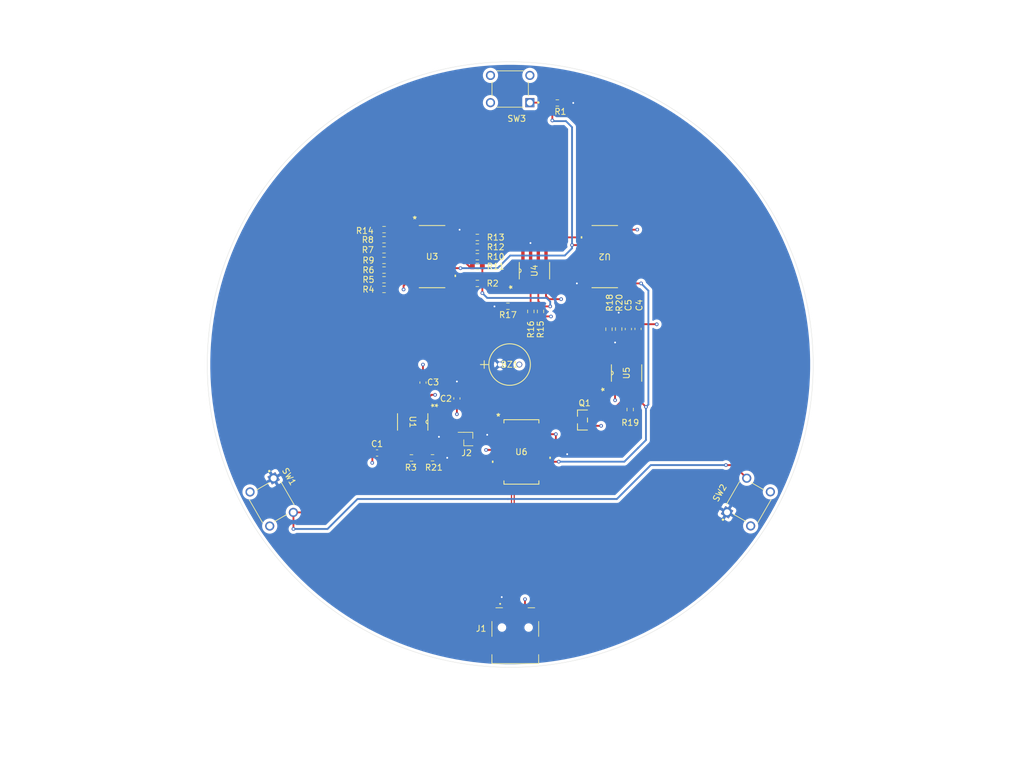
<source format=kicad_pcb>
(kicad_pcb (version 20241229) (generator "pcbnew") (generator_version "9.0")
  (layers (0 "F.Cu" signal "Signal") (4 "In1.Cu" power "GND1") (6 "In2.Cu" power "GND2") (2 "B.Cu" mixed "Signal_PWR") (13 "F.Paste" user) (15 "B.Paste" user) (5 "F.SilkS" user "F.Silkscreen") (7 "B.SilkS" user "B.Silkscreen") (1 "F.Mask" user) (3 "B.Mask" user) (25 "Edge.Cuts" user))
  (net 0 "")
  (net 1 "Net-(BZ1--)")
  (net 2 "+5V")
  (net 3 "GND")
  (net 4 "Net-(U1-CV)")
  (net 5 "Net-(U1-THR)")
  (net 6 "Net-(U5-CV)")
  (net 7 "Net-(U5-THR)")
  (net 8 "/D-")
  (net 9 "/D+")
  (net 10 "Net-(J2-Pin_1)")
  (net 11 "Net-(J2-Pin_2)")
  (net 12 "Net-(Q1A-B1)")
  (net 13 "reset")
  (net 14 "Net-(U4-+)")
  (net 15 "Net-(U3-Q0)")
  (net 16 "Net-(U1-DIS)")
  (net 17 "Net-(U3-Q1)")
  (net 18 "Net-(U3-Q2)")
  (net 19 "Net-(U3-Q3)")
  (net 20 "Net-(U3-Q4)")
  (net 21 "Net-(U3-Q5)")
  (net 22 "Net-(U3-Q6)")
  (net 23 "Net-(U3-Q7)")
  (net 24 "Net-(U3-Q8)")
  (net 25 "Net-(U3-Q9)")
  (net 26 "Net-(U3-Q10)")
  (net 27 "Net-(U3-Q11)")
  (net 28 "Net-(U4--)")
  (net 29 "Net-(U5-TR)")
  (net 30 "Net-(U5-DIS)")
  (net 31 "Net-(U5-Q)")
  (net 32 "Net-(SW1-B)")
  (net 33 "CLK")
  (net 38 "Net-(U2-CLK)")
  (net 39 "Alarma")
  (footprint "Resistor_SMD:R_0603_1608Metric" (layer "F.Cu") (at 127.175 100.4 180)
    (property "Reference" "R21")
    (property "Value" "10k" (hide yes))
  )
  (footprint "Resistor_SMD:R_0603_1608Metric" (layer "F.Cu") (at 119.18 62.72 180)
    (property "Reference" "R14")
    (property "Value" "100k" (hide yes))
  )
  (footprint "Button:SW_TS02-66-90-BK-260-SCR-D" (layer "F.Cu") (at 139.991295 39.5 180)
    (property "Reference" "SW3")
    (property "Value" "SW_SPST" (hide yes))
  )
  (footprint "Resistor_SMD:R_0603_1608Metric" (layer "F.Cu") (at 119.174859 66.064338 180)
    (property "Reference" "R7")
    (property "Value" "100k" (hide yes))
  )
  (footprint "USB:CUI_UJ2-MBH-1-SMT" (layer "F.Cu") (at 139.23575 125.9175)
    (property "Reference" "J1")
    (property "Value" "USB_B")
  )
  (footprint "Button:SW_TS02-66-90-BK-260-SCR-D" (layer "F.Cu") (at 179.354203 107.707 60)
    (property "Reference" "SW2")
    (property "Value" "SW_SPST" (hide yes))
  )
  (footprint "Resistor_SMD:R_0603_1608Metric" (layer "F.Cu") (at 143.4 76.225 90)
    (property "Reference" "R16")
    (property "Value" "R" (hide yes))
  )
  (footprint "Capacitor_SMD:C_0603_1608Metric" (layer "F.Cu") (at 161.095 79.1112 90)
    (property "Reference" "C4")
    (property "Value" "10n" (hide yes))
  )
  (footprint "Resistor_SMD:R_0603_1608Metric" (layer "F.Cu") (at 119.175 71 180)
    (property "Reference" "R5")
    (property "Value" "100k" (hide yes))
  )
  (footprint "74HC:SOT109-1_NXP" (layer "F.Cu") (at 127.1035 67.175)
    (property "Reference" "U3")
    (property "Value" "4040")
  )
  (footprint "NE555:D8" (layer "F.Cu") (at 159.2 86.4 90)
    (property "Reference" "U5")
    (property "Value" "NE555D")
  )
  (footprint "FT232:SSOP-28_FTD" (layer "F.Cu") (at 141.844 99.425)
    (property "Reference" "U6")
    (property "Value" "FT232RL")
  )
  (footprint "Resistor_SMD:R_0603_1608Metric" (layer "F.Cu") (at 147.775 41.8 180)
    (property "Reference" "R1")
    (property "Value" "100k" (hide yes))
  )
  (footprint "Resistor_SMD:R_0603_1608Metric" (layer "F.Cu") (at 139.623387 75.367936 180)
    (property "Reference" "R17")
    (property "Value" "R" (hide yes))
  )
  (footprint "Resistor_SMD:R_0603_1608Metric" (layer "F.Cu") (at 156.295 79.1612 90)
    (property "Reference" "R18")
    (property "Value" "1k" (hide yes))
  )
  (footprint "Capacitor_SMD:C_0603_1608Metric" (layer "F.Cu") (at 159.495 79.1362 90)
    (property "Reference" "C5")
    (property "Value" "C" (hide yes))
  )
  (footprint "Resistor_SMD:R_0603_1608Metric" (layer "F.Cu") (at 145 76.225 90)
    (property "Reference" "R15")
    (property "Value" "R" (hide yes))
  )
  (footprint "Trans:SOT-23_MCC" (layer "F.Cu") (at 151.9237 94.15885 90)
    (property "Reference" "Q1")
    (property "Value" "FFB3904" (hide yes))
  )
  (footprint "Resistor_SMD:R_0603_1608Metric" (layer "F.Cu") (at 134.575 65.6)
    (property "Reference" "R12")
    (property "Value" "100k" (hide yes))
  )
  (footprint "Connector_PinHeader_1.00mm:PinHeader_1x02_P1.00mm_Vertical_SMD_Pin1Left" (layer "F.Cu") (at 133.080617 97.307577)
    (property "Reference" "J2")
    (property "Value" "UART" (hide yes))
  )
  (footprint "Resistor_SMD:R_0603_1608Metric" (layer "F.Cu") (at 119.175 67.8 180)
    (property "Reference" "R9")
    (property "Value" "100k" (hide yes))
  )
  (footprint "Resistor_SMD:R_0603_1608Metric" (layer "F.Cu") (at 157.895 79.132906 -90)
    (property "Reference" "R20")
    (property "Value" "50k" (hide yes))
  )
  (footprint "Resistor_SMD:R_0603_1608Metric" (layer "F.Cu") (at 123.699735 100.41557 180)
    (property "Reference" "R3")
    (property "Value" "1K" (hide yes))
  )
  (footprint "Resistor_SMD:R_0603_1608Metric" (layer "F.Cu") (at 119.175 69.4 180)
    (property "Reference" "R6")
    (property "Value" "100k" (hide yes))
  )
  (footprint "BuzzBuzz:TO_0601A_SOB" (layer "F.Cu") (at 138.299999 85)
    (property "Reference" "BZ1")
    (property "Value" "Buzzer")
  )
  (footprint "Capacitor_SMD:C_0603_1608Metric" (layer "F.Cu") (at 125.6 87.975 90)
    (property "Reference" "C3")
    (property "Value" "10n" (hide yes))
  )
  (footprint "Resistor_SMD:R_0603_1608Metric" (layer "F.Cu") (at 159.795 92.425 -90)
    (property "Reference" "R19")
    (property "Value" "R" (hide yes))
  )
  (footprint "Capacitor_SMD:C_0603_1608Metric" (layer "F.Cu") (at 118.025 99.6 180)
    (property "Reference" "C1")
    (property "Value" "10n" (hide yes))
  )
  (footprint "Resistor_SMD:R_0603_1608Metric" (layer "F.Cu") (at 134.575 67.2)
    (property "Reference" "R10")
    (property "Value" "100k" (hide yes))
  )
  (footprint "74HC:SOT109-1_NXP" (layer "F.Cu") (at 155.6035 67.175 180)
    (property "Reference" "U2")
    (property "Value" "4040")
  )
  (footprint "Resistor_SMD:R_0603_1608Metric" (layer "F.Cu") (at 119.175 64.4 180)
    (property "Reference" "R8")
    (property "Value" "100k" (hide yes))
  )
  (footprint "Capacitor_SMD:C_0603_1608Metric" (layer "F.Cu") (at 131.2 90.6 -90)
    (property "Reference" "C2")
    (property "Value" "100n" (hide yes))
  )
  (footprint "U741:D8" (layer "F.Cu") (at 144 69.5 90)
    (property "Reference" "U4")
    (property "Value" "LM741")
  )
  (footprint "Resistor_SMD:R_0603_1608Metric" (layer "F.Cu") (at 134.575 71.6)
    (property "Reference" "R2")
    (property "Value" "100k" (hide yes))
  )
  (footprint "Button:SW_TS02-66-90-BK-260-SCR-D" (layer "F.Cu") (at 100.634713 107.727651 -60)
    (property "Reference" "SW1")
    (property "Value" "SW_SPST" (hide yes))
  )
  (footprint "Resistor_SMD:R_0603_1608Metric" (layer "F.Cu") (at 119.175 72.6 180)
    (property "Reference" "R4")
    (property "Value" "100k" (hide yes))
  )
  (footprint "Resistor_SMD:R_0603_1608Metric" (layer "F.Cu") (at 134.575 68.8)
    (property "Reference" "R11")
    (property "Value" "100k" (hide yes))
  )
  (footprint "NE555:D8" (layer "F.Cu") (at 123.905 94.475 -90)
    (property "Reference" "U1")
    (property "Value" "NE555D")
  )
  (footprint "Resistor_SMD:R_0603_1608Metric" (layer "F.Cu") (at 134.575 64)
    (property "Reference" "R13")
    (property "Value" "100k" (hide yes))
  )
  (gr_circle (center 140 85) (end 190 85) (stroke (width 0.05)) (fill no) (layer "Edge.Cuts"))
  (segment (start 148.6 41.8) (end 150.4 41.8) (width 0.3) (layer "F.Cu") (net 2))
  (segment (start 157.895 76.429618) (end 157.895304 76.429314) (width 0.3) (layer "F.Cu") (net 2))
  (segment (start 129.707 62.73) (end 131.63836 62.73) (width 0.3) (layer "F.Cu") (net 2))
  (segment (start 157.295 83.9362) (end 157.295 82.184746) (width 0.3) (layer "F.Cu") (net 2))
  (segment (start 147.4 99.8) (end 149.4 99.8) (width 0.3) (layer "F.Cu") (net 2))
  (segment (start 157.295 82.184746) (end 157.293995 82.183741) (width 0.3) (layer "F.Cu") (net 2))
  (segment (start 157.895 78.307906) (end 157.895 77.205568) (width 0.3) (layer "F.Cu") (net 2))
  (segment (start 138.288 97.150001) (end 136.750001 97.150001) (width 0.3) (layer "F.Cu") (net 2))
  (segment (start 136.750001 97.150001) (end 136.2 96.6) (width 0.3) (layer "F.Cu") (net 2))
  (segment (start 128.232931 96.9388) (end 128.23672 96.935011) (width 0.3) (layer "F.Cu") (net 2))
  (segment (start 157.895 77.205568) (end 157.897397 77.203171) (width 0.3) (layer "F.Cu") (net 2))
  (segment (start 151.02 71.62) (end 151 71.6) (width 0.3) (layer "F.Cu") (net 2))
  (segment (start 131.63836 62.73) (end 131.64545 62.73709) (width 0.3) (layer "F.Cu") (net 2))
  (segment (start 138.798387 75.367936) (end 137.432064 75.367936) (width 0.3) (layer "F.Cu") (net 2))
  (segment (start 146.800001 100.399999) (end 147.4 99.8) (width 0.3) (layer "F.Cu") (net 2))
  (segment (start 128 100.4) (end 129.6 100.4) (width 0.3) (layer "F.Cu") (net 2))
  (segment (start 145.4 100.399999) (end 146.800001 100.399999) (width 0.3) (layer "F.Cu") (net 2))
  (segment (start 125.81 96.9388) (end 128.232931 96.9388) (width 0.3) (layer "F.Cu") (net 2))
  (segment (start 157.295 82.184746) (end 157.295 81.368002) (width 0.3) (layer "F.Cu") (net 2))
  (segment (start 131.2 89.825) (end 131.2 87.8) (width 0.3) (layer "F.Cu") (net 2))
  (segment (start 153 71.62) (end 151.02 71.62) (width 0.3) (layer "F.Cu") (net 2))
  (segment (start 157.895 77.205568) (end 157.895 76.429618) (width 0.3) (layer "F.Cu") (net 2))
  (segment (start 157.295 81.368002) (end 157.305866 81.357136) (width 0.3) (layer "F.Cu") (net 2))
  (segment (start 139.23575 124.03575) (end 138.6 123.4) (width 0.3) (layer "F.Cu") (net 2))
  (segment (start 137.432064 75.367936) (end 137.4 75.4) (width 0.3) (layer "F.Cu") (net 2))
  (segment (start 143.365 67.0362) (end 143.365 64.960104) (width 0.3) (layer "F.Cu") (net 2))
  (segment (start 143.365 64.960104) (end 143.340623 64.935727) (width 0.3) (layer "F.Cu") (net 2))
  (segment (start 139.23575 125.9175) (end 139.23575 124.03575) (width 0.3) (layer "F.Cu") (net 2))
  (via (at 129.6 100.4) (size 0.6) (drill 0.3) (layers "F.Cu" "B.Cu") (net 2))
  (via (at 143.340623 64.935727) (size 0.6) (drill 0.3) (layers "F.Cu" "B.Cu") (net 2))
  (via (at 131.64545 62.73709) (size 0.6) (drill 0.3) (layers "F.Cu" "B.Cu") (net 2))
  (via (at 137.4 75.4) (size 0.6) (drill 0.3) (layers "F.Cu" "B.Cu") (net 2))
  (via (at 128.23672 96.935011) (size 0.6) (drill 0.3) (layers "F.Cu" "B.Cu") (net 2))
  (via (at 138.6 123.4) (size 0.6) (drill 0.3) (layers "F.Cu" "B.Cu") (net 2))
  (via (at 157.305866 81.357136) (size 0.6) (drill 0.3) (layers "F.Cu" "B.Cu") (net 2))
  (via (at 157.895304 76.429314) (size 0.6) (drill 0.3) (layers "F.Cu" "B.Cu") (net 2))
  (via (at 131.2 87.8) (size 0.6) (drill 0.3) (layers "F.Cu" "B.Cu") (net 2))
  (via (at 136.2 96.6) (size 0.6) (drill 0.3) (layers "F.Cu" "B.Cu") (net 2))
  (via (at 149.4 99.8) (size 0.6) (drill 0.3) (layers "F.Cu" "B.Cu") (net 2))
  (via (at 151 71.6) (size 0.6) (drill 0.3) (layers "F.Cu" "B.Cu") (net 2))
  (via (at 150.4 41.8) (size 0.6) (drill 0.3) (layers "F.Cu" "B.Cu") (net 2))
  (segment (start 142.43575 125.9175) (end 142.43575 123.750161) (width 0.3) (layer "F.Cu") (net 3))
  (segment (start 146.712067 77.05) (end 146.725935 77.063868) (width 0.3) (layer "F.Cu") (net 3))
  (segment (start 142.43575 123.750161) (end 142.439584 123.746327) (width 0.3) (layer "F.Cu") (net 3))
  (segment (start 144.331998 99.750001) (end 143.8 100.281999) (width 0.3) (layer "F.Cu") (net 3))
  (segment (start 147.510485 98.689515) (end 147.522494 98.689515) (width 0.3) (layer "F.Cu") (net 3))
  (segment (start 152.8 95.1177) (end 155.000426 95.1177) (width 0.3) (layer "F.Cu") (net 3))
  (segment (start 124.5 71.62) (end 122.78 71.62) (width 0.3) (layer "F.Cu") (net 3))
  (segment (start 147.529515 98.670485) (end 147.529515 96.495288) (width 0.3) (layer "F.Cu") (net 3))
  (segment (start 122.6 71.8) (end 122.4 72) (width 0.3) (layer "F.Cu") (net 3))
  (segment (start 125.81 92.0112) (end 125.81 91.19) (width 0.3) (layer "F.Cu") (net 3))
  (segment (start 161.095 78.3362) (end 164.159629 78.3362) (width 0.3) (layer "F.Cu") (net 3))
  (segment (start 147.4 98.8) (end 147.510485 98.689515) (width 0.3) (layer "F.Cu") (net 3))
  (segment (start 141.63575 125.9175) (end 142.43575 125.9175) (width 0.3) (layer "F.Cu") (net 3))
  (segment (start 160.948429 62.73) (end 160.963233 62.715196) (width 0.3) (layer "F.Cu") (net 3))
  (segment (start 125.81 91.19) (end 127 90) (width 0.3) (layer "F.Cu") (net 3))
  (segment (start 147.4 98.8) (end 147.529515 98.670485) (width 0.3) (layer "F.Cu") (net 3))
  (segment (start 125.6 87.2) (end 125.6 85.8) (width 0.3) (layer "F.Cu") (net 3))
  (segment (start 157.295 90.87709) (end 157.306339 90.888429) (width 0.3) (layer "F.Cu") (net 3))
  (segment (start 131.2 91.375) (end 131.2 93.2) (width 0.3) (layer "F.Cu") (net 3))
  (segment (start 157.295 88.8638) (end 157.295 90.87709) (width 0.3) (layer "F.Cu") (net 3))
  (segment (start 122.4 72) (end 122.4 72.6) (width 0.3) (layer "F.Cu") (net 3))
  (segment (start 143.8 101.200099) (end 144.2999 101.699999) (width 0.3) (layer "F.Cu") (net 3))
  (segment (start 136.02157 99.099999) (end 136.015796 99.105773) (width 0.3) (layer "F.Cu") (net 3))
  (segment (start 145.905 71.9638) (end 145.905 73.705) (width 0.3) (layer "F.Cu") (net 3))
  (segment (start 125.6 85.8) (end 125.6 85) (width 0.3) (layer "F.Cu") (net 3))
  (segment (start 145.4 96.5) (end 147.524803 96.5) (width 0.3) (layer "F.Cu") (net 3))
  (segment (start 145.905 73.705) (end 146.4 74.2) (width 0.3) (layer "F.Cu") (net 3))
  (segment (start 122.78 71.62) (end 122.6 71.8) (width 0.3) (layer "F.Cu") (net 3))
  (segment (start 146.4 74.2) (end 147.4 74.2) (width 0.3) (layer "F.Cu") (net 3))
  (segment (start 127 90) (end 127.6 90) (width 0.3) (layer "F.Cu") (net 3))
  (segment (start 117.25 99.6) (end 117.25 101.209723) (width 0.3) (layer "F.Cu") (net 3))
  (segment (start 145.4 96.5) (end 145.4 97.150001) (width 0.3) (layer "F.Cu") (net 3))
  (segment (start 145 77.05) (end 146.712067 77.05) (width 0.3) (layer "F.Cu") (net 3))
  (segment (start 159.495 78.3612) (end 161.07 78.3612) (width 0.3) (layer "F.Cu") (net 3))
  (segment (start 147.4 74.2) (end 148.4 74.2) (width 0.3) (layer "F.Cu") (net 3))
  (segment (start 143.4 77.05) (end 145 77.05) (width 0.3) (layer "F.Cu") (net 3))
  (segment (start 136.471267 99.099999) (end 136.02157 99.099999) (width 0.3) (layer "F.Cu") (net 3))
  (segment (start 155.000426 95.1177) (end 155.000739 95.118013) (width 0.3) (layer "F.Cu") (net 3))
  (segment (start 161.07 78.3612) (end 161.095 78.3362) (width 0.3) (layer "F.Cu") (net 3))
  (segment (start 143.8 100.281999) (end 143.8 101.200099) (width 0.3) (layer "F.Cu") (net 3))
  (segment (start 147.524803 96.5) (end 147.529515 96.495288) (width 0.3) (layer "F.Cu") (net 3))
  (segment (start 164.159629 78.3362) (end 164.177944 78.354515) (width 0.3) (layer "F.Cu") (net 3))
  (segment (start 145.4 99.750001) (end 146.449999 99.750001) (width 0.3) (layer "F.Cu") (net 3))
  (segment (start 158.207 62.73) (end 160.948429 62.73) (width 0.3) (layer "F.Cu") (net 3))
  (segment (start 144.2999 101.699999) (end 145.4 101.699999) (width 0.3) (layer "F.Cu") (net 3))
  (segment (start 146.449999 99.750001) (end 147.4 98.8) (width 0.3) (layer "F.Cu") (net 3))
  (segment (start 138.288 99.099999) (end 136.471267 99.099999) (width 0.3) (layer "F.Cu") (net 3))
  (segment (start 145.4 99.750001) (end 144.331998 99.750001) (width 0.3) (layer "F.Cu") (net 3))
  (segment (start 117.25 101.209723) (end 117.227736 101.231987) (width 0.3) (layer "F.Cu") (net 3))
  (segment (start 136.471267 99.099999) (end 136.465034 99.093766) (width 0.3) (layer "F.Cu") (net 3))
  (via (at 136.015796 99.105773) (size 0.6) (drill 0.3) (layers "F.Cu" "B.Cu") (net 3))
  (via (at 160.963233 62.715196) (size 0.6) (drill 0.3) (layers "F.Cu" "B.Cu") (net 3))
  (via (at 117.227736 101.231987) (size 0.6) (drill 0.3) (layers "F.Cu" "B.Cu") (net 3))
  (via (at 122.4 72.6) (size 0.6) (drill 0.3) (layers "F.Cu" "B.Cu") (net 3))
  (via (at 147.529515 96.495288) (size 0.6) (drill 0.3) (layers "F.Cu" "B.Cu") (net 3))
  (via (at 127.6 90) (size 0.6) (drill 0.3) (layers "F.Cu" "B.Cu") (net 3))
  (via (at 146.725935 77.063868) (size 0.6) (drill 0.3) (layers "F.Cu" "B.Cu") (net 3))
  (via (at 131.2 93.2) (size 0.6) (drill 0.3) (layers "F.Cu" "B.Cu") (net 3))
  (via (at 164.177944 78.354515) (size 0.6) (drill 0.3) (layers "F.Cu" "B.Cu") (net 3))
  (via (at 157.306339 90.888429) (size 0.6) (drill 0.3) (layers "F.Cu" "B.Cu") (net 3))
  (via (at 142.439584 123.746327) (size 0.6) (drill 0.3) (layers "F.Cu" "B.Cu") (net 3))
  (via (at 148.4 74.2) (size 0.6) (drill 0.3) (layers "F.Cu" "B.Cu") (net 3))
  (via (at 155.000739 95.118013) (size 0.6) (drill 0.3) (layers "F.Cu" "B.Cu") (net 3))
  (via (at 125.6 85) (size 0.6) (drill 0.3) (layers "F.Cu" "B.Cu") (net 3))
  (segment (start 122 98.2) (end 120.6 99.6) (width 0.3) (layer "F.Cu") (net 4))
  (segment (start 120.6 99.6) (end 118.8 99.6) (width 0.3) (layer "F.Cu") (net 4))
  (segment (start 122 96.9388) (end 122 98.2) (width 0.3) (layer "F.Cu") (net 4))
  (segment (start 123.27 98.73) (end 122.874735 99.125265) (width 0.3) (layer "F.Cu") (net 5))
  (segment (start 124.54 90.46) (end 125.6 89.4) (width 0.2) (layer "F.Cu") (net 5))
  (segment (start 124.54 92.0112) (end 124.54 90.46) (width 0.2) (layer "F.Cu") (net 5))
  (segment (start 125.6 89.4) (end 125.6 88.75) (width 0.2) (layer "F.Cu") (net 5))
  (segment (start 122.874735 99.125265) (end 122.874735 100.41557) (width 0.3) (layer "F.Cu") (net 5))
  (segment (start 124.54 93.8132) (end 124.54 92.0112) (width 0.2) (layer "F.Cu") (net 5))
  (segment (start 123.27 96.9388) (end 123.27 95.0832) (width 0.2) (layer "F.Cu") (net 5))
  (segment (start 123.27 96.9388) (end 123.27 98.73) (width 0.3) (layer "F.Cu") (net 5))
  (segment (start 123.27 95.0832) (end 124.54 93.8132) (width 0.2) (layer "F.Cu") (net 5))
  (segment (start 161.105 83.9362) (end 161.105 79.8962) (width 0.3) (layer "F.Cu") (net 6))
  (segment (start 161.105 79.8962) (end 161.095 79.8862) (width 0.3) (layer "F.Cu") (net 6))
  (segment (start 159.495 80.43055) (end 159.495 79.9112) (width 0.3) (layer "F.Cu") (net 7))
  (segment (start 159.835 83.9362) (end 159.835 80.77055) (width 0.3) (layer "F.Cu") (net 7))
  (segment (start 159.835 80.77055) (end 159.495 80.43055) (width 0.3) (layer "F.Cu") (net 7))
  (segment (start 140.21075 106.271052) (end 140.21075 123.867499) (width 0.2) (layer "F.Cu") (net 8))
  (segment (start 145.4 102.999999) (end 144.199849 102.999999) (width 0.2) (layer "F.Cu") (net 8))
  (segment (start 140.03575 124.042499) (end 140.03575 125.9175) (width 0.2) (layer "F.Cu") (net 8))
  (segment (start 143.381802 103.1) (end 140.21075 106.271052) (width 0.2) (layer "F.Cu") (net 8))
  (segment (start 144.099848 103.1) (end 143.381802 103.1) (width 0.2) (layer "F.Cu") (net 8))
  (segment (start 144.199849 102.999999) (end 144.099848 103.1) (width 0.2) (layer "F.Cu") (net 8))
  (segment (start 140.21075 123.867499) (end 140.03575 124.042499) (width 0.2) (layer "F.Cu") (net 8))
  (segment (start 140.66075 106.457448) (end 140.66075 123.867499) (width 0.2) (layer "F.Cu") (net 9))
  (segment (start 144.199849 103.65) (end 144.099848 103.549999) (width 0.2) (layer "F.Cu") (net 9))
  (segment (start 144.099848 103.549999) (end 143.568199 103.549999) (width 0.2) (layer "F.Cu") (net 9))
  (segment (start 145.4 103.65) (end 144.199849 103.65) (width 0.2) (layer "F.Cu") (net 9))
  (segment (start 143.568199 103.549999) (end 140.66075 106.457448) (width 0.2) (layer "F.Cu") (net 9))
  (segment (start 140.83575 124.042499) (end 140.83575 125.9175) (width 0.2) (layer "F.Cu") (net 9))
  (segment (start 140.66075 123.867499) (end 140.83575 124.042499) (width 0.2) (layer "F.Cu") (net 9))
  (segment (start 130.4 95.2) (end 138.288 95.2) (width 0.3) (layer "F.Cu") (net 10))
  (segment (start 130.407577 96.807577) (end 130.2 96.6) (width 0.3) (layer "F.Cu") (net 10))
  (segment (start 130.2 96.6) (end 130.2 95.4) (width 0.3) (layer "F.Cu") (net 10))
  (segment (start 132.205617 96.807577) (end 130.407577 96.807577) (width 0.3) (layer "F.Cu") (net 10))
  (segment (start 130.2 95.4) (end 130.4 95.2) (width 0.3) (layer "F.Cu") (net 10))
  (segment (start 138.280422 97.807577) (end 138.288 97.799999) (width 0.3) (layer "F.Cu") (net 11))
  (segment (start 133.955617 97.807577) (end 138.280422 97.807577) (width 0.3) (layer "F.Cu") (net 11))
  (segment (start 159.795 93.25) (end 152.85 93.25) (width 0.3) (layer "F.Cu") (net 12))
  (segment (start 152.85 93.25) (end 152.8 93.2) (width 0.3) (layer "F.Cu") (net 12))
  (segment (start 131.783187 69.08) (end 131.78799 69.084803) (width 0.3) (layer "F.Cu") (net 13))
  (segment (start 146.95 44.689054) (end 146.950021 44.689075) (width 0.3) (layer "F.Cu") (net 13))
  (segment (start 146.95 41.8) (end 146.95 44.689054) (width 0.3) (layer "F.Cu") (net 13))
  (segment (start 129.707 69.08) (end 131.783187 69.08) (width 0.3) (layer "F.Cu") (net 13))
  (segment (start 143.241295 41.75) (end 146.9 41.75) (width 0.3) (layer "F.Cu") (net 13))
  (segment (start 150.2 65.27) (end 150.283499 65.27) (width 0.3) (layer "F.Cu") (net 13))
  (segment (start 153 65.27) (end 150.2 65.27) (width 0.3) (layer "F.Cu") (net 13))
  (segment (start 146.9 41.75) (end 146.95 41.8) (width 0.3) (layer "F.Cu") (net 13))
  (via (at 131.78799 69.084803) (size 0.6) (drill 0.3) (layers "F.Cu" "B.Cu") (net 13))
  (via (at 146.950021 44.689075) (size 0.6) (drill 0.3) (layers "F.Cu" "B.Cu") (net 13))
  (via (at 150.2 65.27) (size 0.6) (drill 0.3) (layers "F.Cu" "B.Cu") (net 13))
  (segment (start 146.950021 44.689075) (end 147.060946 44.8) (width 0.3) (layer "B.Cu") (net 13))
  (segment (start 149 67) (end 150.2 65.8) (width 0.3) (layer "B.Cu") (net 13))
  (segment (start 150.2 45.8) (end 150.2 65.27) (width 0.3) (layer "B.Cu") (net 13))
  (segment (start 131.78799 69.084803) (end 137.915197 69.084803) (width 0.3) (layer "B.Cu") (net 13))
  (segment (start 140 67) (end 149 67) (width 0.3) (layer "B.Cu") (net 13))
  (segment (start 147.060946 44.8) (end 149.2 44.8) (width 0.3) (layer "B.Cu") (net 13))
  (segment (start 150.2 65.8) (end 150.2 65.27) (width 0.3) (layer "B.Cu") (net 13))
  (segment (start 149.2 44.8) (end 150.2 45.8) (width 0.3) (layer "B.Cu") (net 13))
  (segment (start 137.915197 69.084803) (end 140 67) (width 0.3) (layer "B.Cu") (net 13))
  (segment (start 135.4 61.6) (end 135.4 64) (width 0.3) (layer "F.Cu") (net 14))
  (segment (start 118.35 72.6) (end 118.35 71) (width 0.3) (layer "F.Cu") (net 14))
  (segment (start 145 74.891698) (end 145 75.4) (width 0.3) (layer "F.Cu") (net 14))
  (segment (start 118.35 71) (end 118.35 69.4) (width 0.3) (layer "F.Cu") (net 14))
  (segment (start 118.355 61.645) (end 119.2 60.8) (width 0.3) (layer "F.Cu") (net 14))
  (segment (start 135.4 64) (end 135.4 71.6) (width 0.3) (layer "F.Cu") (net 14))
  (segment (start 118.355 62.72) (end 118.355 61.645) (width 0.3) (layer "F.Cu") (net 14))
  (segment (start 146.6 75.4) (end 145 75.4) (width 0.3) (layer "F.Cu") (net 14))
  (segment (start 118.35 67.8) (end 118.35 62.725) (width 0.3) (layer "F.Cu") (net 14))
  (segment (start 118.35 62.725) (end 118.355 62.72) (width 0.3) (layer "F.Cu") (net 14))
  (segment (start 144.635 71.9638) (end 144.635 74.526698) (width 0.3) (layer "F.Cu") (net 14))
  (segment (start 119.2 60.8) (end 134.6 60.8) (width 0.3) (layer "F.Cu") (net 14))
  (segment (start 144.635 74.526698) (end 145 74.891698) (width 0.3) (layer "F.Cu") (net 14))
  (segment (start 118.35 69.4) (end 118.35 67.8) (width 0.3) (layer "F.Cu") (net 14))
  (segment (start 134.6 60.8) (end 135.4 61.6) (width 0.3) (layer "F.Cu") (net 14))
  (segment (start 135.4 71.6) (end 135.4 73.2) (width 0.3) (layer "F.Cu") (net 14))
  (via (at 135.4 73.2) (size 0.6) (drill 0.3) (layers "F.Cu" "B.Cu") (net 14))
  (via (at 146.6 75.4) (size 0.6) (drill 0.3) (layers "F.Cu" "B.Cu") (net 14))
  (segment (start 135.4 73.2) (end 136.2 74) (width 0.3) (layer "B.Cu") (net 14))
  (segment (start 146 74) (end 146.6 74.6) (width 0.3) (layer "B.Cu") (net 14))
  (segment (start 146.6 74.6) (end 146.6 75.4) (width 0.3) (layer "B.Cu") (net 14))
  (segment (start 136.2 74) (end 146 74) (width 0.3) (layer "B.Cu") (net 14))
  (segment (start 129.707 71.62) (end 133.73 71.62) (width 0.3) (layer "F.Cu") (net 15))
  (segment (start 133.73 71.62) (end 133.75 71.6) (width 0.3) (layer "F.Cu") (net 15))
  (segment (start 124.54 96.9388) (end 124.54 100.34) (width 0.3) (layer "F.Cu") (net 16))
  (segment (start 124.54 100.34) (end 124.6 100.4) (width 0.3) (layer "F.Cu") (net 16))
  (segment (start 124.524735 100.41557) (end 126.33443 100.41557) (width 0.3) (layer "F.Cu") (net 16))
  (segment (start 126.33443 100.41557) (end 126.35 100.4) (width 0.3) (layer "F.Cu") (net 16))
  (segment (start 122.758302 70.35) (end 120.508302 72.6) (width 0.3) (layer "F.Cu") (net 17))
  (segment (start 124.5 70.35) (end 122.758302 70.35) (width 0.3) (layer "F.Cu") (net 17))
  (segment (start 120.508302 72.6) (end 120 72.6) (width 0.3) (layer "F.Cu") (net 17))
  (segment (start 122.428302 69.08) (end 120.508302 71) (width 0.3) (layer "F.Cu") (net 18))
  (segment (start 120.508302 71) (end 120 71) (width 0.3) (layer "F.Cu") (net 18))
  (segment (start 124.5 69.08) (end 122.428302 69.08) (width 0.3) (layer "F.Cu") (net 18))
  (segment (start 122.098302 67.81) (end 120.508302 69.4) (width 0.3) (layer "F.Cu") (net 19))
  (segment (start 120.508302 69.4) (end 120 69.4) (width 0.3) (layer "F.Cu") (net 19))
  (segment (start 124.5 67.81) (end 122.098302 67.81) (width 0.3) (layer "F.Cu") (net 19))
  (segment (start 121.238302 65.27) (end 120.443964 66.064338) (width 0.3) (layer "F.Cu") (net 20))
  (segment (start 120.443964 66.064338) (end 119.999859 66.064338) (width 0.3) (layer "F.Cu") (net 20))
  (segment (start 124.5 65.27) (end 121.238302 65.27) (width 0.3) (layer "F.Cu") (net 20))
  (segment (start 120.833302 64) (end 120.433302 64.4) (width 0.3) (layer "F.Cu") (net 21))
  (segment (start 120.433302 64.4) (end 120 64.4) (width 0.3) (layer "F.Cu") (net 21))
  (segment (start 124.5 64) (end 120.833302 64) (width 0.3) (layer "F.Cu") (net 21))
  (segment (start 121.632499 66.54) (end 120.372499 67.8) (width 0.3) (layer "F.Cu") (net 22))
  (segment (start 124.5 66.54) (end 121.632499 66.54) (width 0.3) (layer "F.Cu") (net 22))
  (segment (start 120.372499 67.8) (end 120 67.8) (width 0.3) (layer "F.Cu") (net 22))
  (segment (start 133.241698 67.2) (end 133.75 67.2) (width 0.3) (layer "F.Cu") (net 23))
  (segment (start 132.581698 66.54) (end 133.241698 67.2) (width 0.3) (layer "F.Cu") (net 23))
  (segment (start 129.707 66.54) (end 132.581698 66.54) (width 0.3) (layer "F.Cu") (net 23))
  (segment (start 129.707 67.81) (end 132.251698 67.81) (width 0.3) (layer "F.Cu") (net 24))
  (segment (start 133.241698 68.8) (end 133.75 68.8) (width 0.3) (layer "F.Cu") (net 24))
  (segment (start 132.251698 67.81) (end 133.241698 68.8) (width 0.3) (layer "F.Cu") (net 24))
  (segment (start 132.911698 65.27) (end 133.241698 65.6) (width 0.3) (layer "F.Cu") (net 25))
  (segment (start 133.241698 65.6) (end 133.75 65.6) (width 0.3) (layer "F.Cu") (net 25))
  (segment (start 129.707 65.27) (end 132.911698 65.27) (width 0.3) (layer "F.Cu") (net 25))
  (segment (start 129.707 64) (end 133.75 64) (width 0.3) (layer "F.Cu") (net 26))
  (segment (start 120.08 62.73) (end 120 62.81) (width 0.2) (layer "F.Cu") (net 27))
  (segment (start 124.5 62.73) (end 120.075 62.73) (width 0.3) (layer "F.Cu") (net 27))
  (segment (start 120.075 62.73) (end 120.005 62.8) (width 0.2) (layer "F.Cu") (net 27))
  (segment (start 143.367936 75.367936) (end 143.4 75.4) (width 0.3) (layer "F.Cu") (net 28))
  (segment (start 143.365 71.9638) (end 143.365 75.365) (width 0.3) (layer "F.Cu") (net 28))
  (segment (start 143.365 75.365) (end 143.4 75.4) (width 0.3) (layer "F.Cu") (net 28))
  (segment (start 140.448387 75.367936) (end 143.367936 75.367936) (width 0.3) (layer "F.Cu") (net 28))
  (segment (start 155.6 92) (end 157.4 92) (width 0.3) (layer "F.Cu") (net 29))
  (segment (start 154.2 79.2) (end 154.2 90.6) (width 0.3) (layer "F.Cu") (net 29))
  (segment (start 156.295 78.3362) (end 156.295 78.295) (width 0.3) (layer "F.Cu") (net 29))
  (segment (start 158.565 90.835) (end 158.565 88.8638) (width 0.3) (layer "F.Cu") (net 29))
  (segment (start 156.295 78.295) (end 156.2 78.2) (width 0.3) (layer "F.Cu") (net 29))
  (segment (start 154.2 90.6) (end 155.6 92) (width 0.3) (layer "F.Cu") (net 29))
  (segment (start 156.295 78.3362) (end 155.0638 78.3362) (width 0.3) (layer "F.Cu") (net 29))
  (segment (start 155.0638 78.3362) (end 154.2 79.2) (width 0.3) (layer "F.Cu") (net 29))
  (segment (start 157.4 92) (end 158.565 90.835) (width 0.3) (layer "F.Cu") (net 29))
  (segment (start 158.565 83.9362) (end 158.565 81.12555) (width 0.3) (layer "F.Cu") (net 30))
  (segment (start 158.565 81.12555) (end 157.895 80.45555) (width 0.3) (layer "F.Cu") (net 30))
  (segment (start 157.895 79.957906) (end 156.323294 79.957906) (width 0.3) (layer "F.Cu") (net 30))
  (segment (start 157.895 80.45555) (end 157.895 79.957906) (width 0.3) (layer "F.Cu") (net 30))
  (segment (start 156.323294 79.957906) (end 156.295 79.9862) (width 0.3) (layer "F.Cu") (net 30))
  (segment (start 159.835 88.8638) (end 159.835 91.56) (width 0.3) (layer "F.Cu") (net 31))
  (segment (start 159.835 91.56) (end 159.795 91.6) (width 0.3) (layer "F.Cu") (net 31))
  (segment (start 104.226541 112.149844) (end 104.226541 109.435505) (width 0.3) (layer "F.Cu") (net 32))
  (segment (start 117.4 89.2) (end 121.2 89.2) (width 0.3) (layer "F.Cu") (net 32))
  (segment (start 113 93.6) (end 117.4 89.2) (width 0.3) (layer "F.Cu") (net 32))
  (segment (start 122 90) (end 122 92.0112) (width 0.3) (layer "F.Cu") (net 32))
  (segment (start 108.582766 109.417234) (end 113 105) (width 0.3) (layer "F.Cu") (net 32))
  (segment (start 121.2 89.2) (end 122 90) (width 0.3) (layer "F.Cu") (net 32))
  (segment (start 179.030646 103.767417) (end 176.863229 101.6) (width 0.3) (layer "F.Cu") (net 32))
  (segment (start 113 105) (end 113 93.6) (width 0.3) (layer "F.Cu") (net 32))
  (segment (start 104.226541 109.435505) (end 104.20827 109.417234) (width 0.3) (layer "F.Cu") (net 32))
  (segment (start 176.863229 101.6) (end 175.6 101.6) (width 0.3) (layer "F.Cu") (net 32))
  (segment (start 104.20827 109.417234) (end 108.582766 109.417234) (width 0.3) (layer "F.Cu") (net 32))
  (via (at 175.6 101.6) (size 0.6) (drill 0.3) (layers "F.Cu" "B.Cu") (net 32))
  (via (at 104.226541 112.149844) (size 0.6) (drill 0.3) (layers "F.Cu" "B.Cu") (net 32))
  (segment (start 109.850156 112.149844) (end 104.226541 112.149844) (width 0.3) (layer "B.Cu") (net 32))
  (segment (start 157.6 107.2) (end 163.2 101.6) (width 0.3) (layer "B.Cu") (net 32))
  (segment (start 114.8 107.2) (end 110.4 111.6) (width 0.3) (layer "B.Cu") (net 32))
  (segment (start 110.4 111.6) (end 109.850156 112.149844) (width 0.3) (layer "B.Cu") (net 32))
  (segment (start 139.6 107.2) (end 157.6 107.2) (width 0.3) (layer "B.Cu") (net 32))
  (segment (start 163.2 101.6) (end 175.6 101.6) (width 0.3) (layer "B.Cu") (net 32))
  (segment (start 139.6 107.2) (end 114.8 107.2) (width 0.3) (layer "B.Cu") (net 32))
  (segment (start 129.707 70.35) (end 127.9574 70.35) (width 0.3) (layer "F.Cu") (net 33))
  (segment (start 127.9574 70.35) (end 127.2 71.1074) (width 0.3) (layer "F.Cu") (net 33))
  (segment (start 123.27 81.73) (end 123.27 92.0112) (width 0.3) (layer "F.Cu") (net 33))
  (segment (start 127.2 71.1074) (end 127.2 77.8) (width 0.3) (layer "F.Cu") (net 33))
  (segment (start 127.2 77.8) (end 123.27 81.73) (width 0.3) (layer "F.Cu") (net 33))
  (segment (start 145.7692 64) (end 153 64) (width 0.3) (layer "F.Cu") (net 38))
  (segment (start 144.635 65.1342) (end 145.7692 64) (width 0.3) (layer "F.Cu") (net 38))
  (segment (start 144.635 67.0362) (end 144.635 65.1342) (width 0.3) (layer "F.Cu") (net 38))
  (segment (start 158.207 71.62) (end 158.227 71.6) (width 0.3) (layer "F.Cu") (net 39))
  (segment (start 147.997342 101.050001) (end 148.012009 101.035334) (width 0.3) (layer "F.Cu") (net 39))
  (segment (start 161.105 90.705) (end 162.4 92) (width 0.3) (layer "F.Cu") (net 39))
  (segment (start 161.105 88.8638) (end 161.105 90.705) (width 0.3) (layer "F.Cu") (net 39))
  (segment (start 158.227 71.6) (end 161.6 71.6) (width 0.3) (layer "F.Cu") (net 39))
  (segment (start 145.4 101.050001) (end 147.997342 101.050001) (width 0.3) (layer "F.Cu") (net 39))
  (via (at 148.012009 101.035334) (size 0.6) (drill 0.3) (layers "F.Cu" "B.Cu") (net 39))
  (via (at 161.6 71.6) (size 0.6) (drill 0.3) (layers "F.Cu" "B.Cu") (net 39))
  (via (at 162.4 92) (size 0.6) (drill 0.3) (layers "F.Cu" "B.Cu") (net 39))
  (segment (start 162.8 91.6) (end 162.8 72.8) (width 0.3) (layer "B.Cu") (net 39))
  (segment (start 162.4 97.474364) (end 162.4 92) (width 0.3) (layer "B.Cu") (net 39))
  (segment (start 161.101468 98.7692) (end 161.105164 98.7692) (width 0.3) (layer "B.Cu") (net 39))
  (segment (start 162.8 72.8) (end 161.6 71.6) (width 0.3) (layer "B.Cu") (net 39))
  (segment (start 158.835334 101.035334) (end 161.101468 98.7692) (width 0.3) (layer "B.Cu") (net 39))
  (segment (start 148.012009 101.035334) (end 158.835334 101.035334) (width 0.3) (layer "B.Cu") (net 39))
  (segment (start 161.105164 98.7692) (end 162.4 97.474364) (width 0.3) (layer "B.Cu") (net 39))
  (segment (start 162.4 92) (end 162.8 91.6) (width 0.3) (layer "B.Cu") (net 39))
  (zone (net 2) (net_name "+5V") (layer "B.Cu") (priority 2) (connect_pads (clearance 0.5)) (min_thickness 0.25) (fill yes (thermal_gap 0.5) (thermal_bridge_width 0.5))
    (polygon (pts (xy 55.8 25.4) (xy 55.8 148.6) (xy 220 150.8) (xy 224.8 24.8)))
  )
)
</source>
